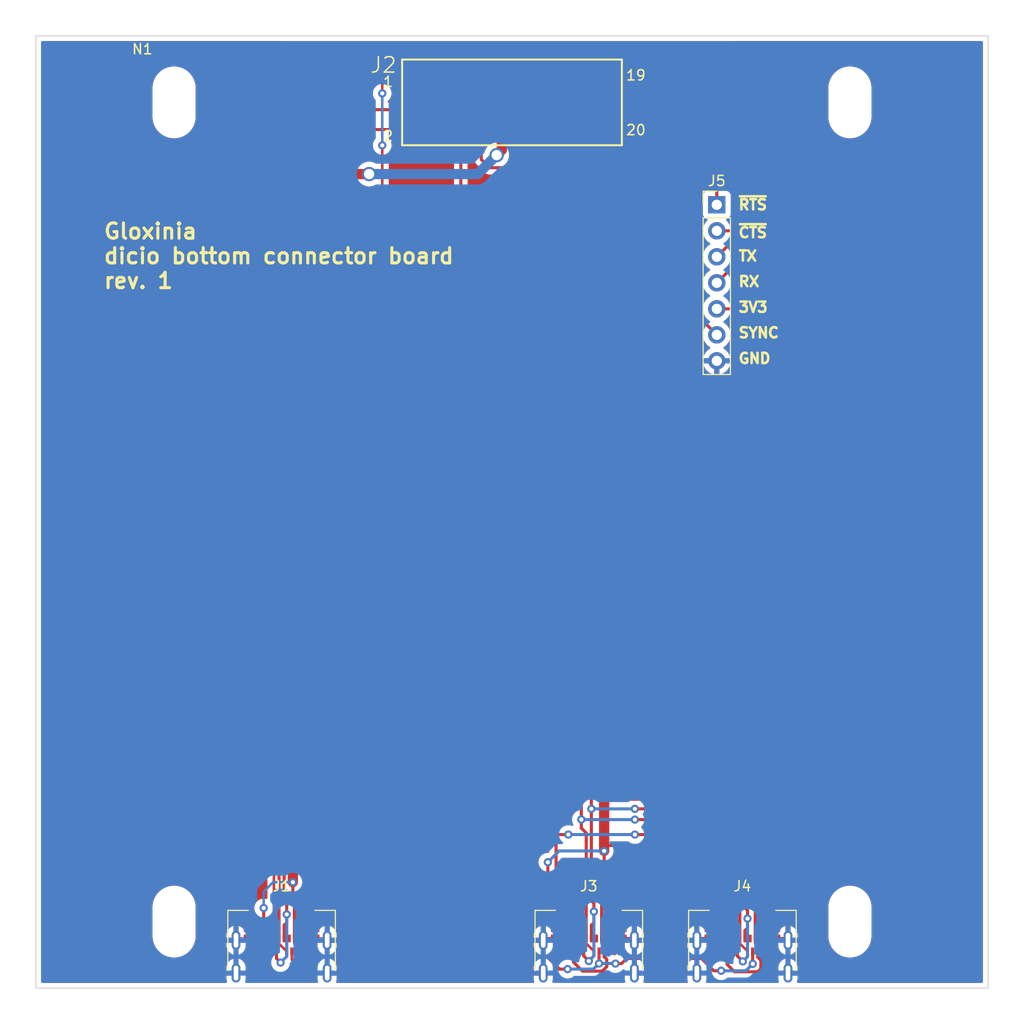
<source format=kicad_pcb>
(kicad_pcb (version 20211014) (generator pcbnew)
  (layers (0 "F.Cu" signal) (31 "B.Cu" signal) (34 "B.Paste" user) (35 "F.Paste" user) (36 "B.SilkS" user "B.Silkscreen") (37 "F.SilkS" user "F.Silkscreen") (38 "B.Mask" user) (39 "F.Mask" user) (44 "Edge.Cuts" user))
  (net 0 "")
  (net 1 "GND")
  (net 4 "/VUSBC")
  (net 5 "/CC1")
  (net 6 "/D+")
  (net 7 "/D-")
  (net 13 "/VCONN")
  (net 17 "VBUS")
  (net 18 "/~{U1RTS}")
  (net 19 "/CAN_H")
  (net 20 "/~{U1CTS}")
  (net 21 "/CAN_L")
  (net 22 "/U1TX")
  (net 23 "/U1RX")
  (net 24 "+3.3V")
  (net 25 "/SYNC")
  (net 26 "/CAN_C1")
  (net 28 "/CAN_C2")
  (footprint "samtec:SAMTEC-MMS-110-02-X-DV" (layer "F.Cu") (at 85 45)
    (fp_text reference "J2" (at -12.55 -3.65) (layer "F.SilkS") (effects (font (size 1.5 1.5))))
    (fp_text value "Conn_02x10_Odd_Even")
    (fp_text user "2" (at -12.099 3.289) (layer "F.SilkS"))
    (fp_text user "1" (at -12.099 -2.019) (layer "F.SilkS"))
    (fp_text user "20" (at 12.1 2.7) (layer "F.SilkS"))
    (fp_text user "19" (at 12.1 -2.65) (layer "F.SilkS"))
    (fp_line (start -10.729 -4.185) (end -10.729 4.185) (layer "F.SilkS") (width 0.2))
    (fp_line (start 10.729 4.185) (end 10.729 -4.185) (layer "F.SilkS") (width 0.2))
    (fp_line (start 10.729 -4.185) (end -10.729 -4.185) (layer "F.SilkS") (width 0.2))
    (fp_line (start -10.729 4.185) (end 10.729 4.185) (layer "F.SilkS") (width 0.2))
    (pad "1" smd rect locked (at -9 -2.654) (size 1.02 2.16) (layers "F.Cu" "F.Paste") (net 13 "/VCONN"))
    (pad "2" smd rect locked (at -9 2.654) (size 1.02 2.16) (layers "F.Cu" "F.Paste") (net 7 "/D-"))
    (pad "3" smd rect locked (at -7 -2.654) (size 1.02 2.16) (layers "F.Cu" "F.Paste") (net 5 "/CC1"))
    (pad "4" smd rect locked (at -7 2.654) (size 1.02 2.16) (layers "F.Cu" "F.Paste") (net 6 "/D+"))
    (pad "5" smd rect locked (at -5 -2.654) (size 1.02 2.16) (layers "F.Cu" "F.Paste"))
    (pad "6" smd rect locked (at -5 2.654) (size 1.02 2.16) (layers "F.Cu" "F.Paste") (net 28 "/CAN_C2"))
    (pad "7" smd rect locked (at -3 -2.654) (size 1.02 2.16) (layers "F.Cu" "F.Paste"))
    (pad "8" smd rect locked (at -3 2.654) (size 1.02 2.16) (layers "F.Cu" "F.Paste") (net 26 "/CAN_C1"))
    (pad "9" smd rect locked (at -1 -2.654) (size 1.02 2.16) (layers "F.Cu" "F.Paste") (net 25 "/SYNC"))
    (pad "10" smd rect locked (at -1 2.654) (size 1.02 2.16) (layers "F.Cu" "F.Paste") (net 4 "/VUSBC"))
    (pad "11" smd rect locked (at 1 -2.654) (size 1.02 2.16) (layers "F.Cu" "F.Paste") (net 24 "+3.3V"))
    (pad "12" smd rect locked (at 1 2.654) (size 1.02 2.16) (layers "F.Cu" "F.Paste") (net 1 "GND"))
    (pad "13" smd rect locked (at 3 -2.654) (size 1.02 2.16) (layers "F.Cu" "F.Paste") (net 23 "/U1RX"))
    (pad "14" smd rect locked (at 3 2.654) (size 1.02 2.16) (layers "F.Cu" "F.Paste") (net 1 "GND"))
    (pad "15" smd rect locked (at 5 -2.654) (size 1.02 2.16) (layers "F.Cu" "F.Paste") (net 22 "/U1TX"))
    (pad "16" smd rect locked (at 5 2.654) (size 1.02 2.16) (layers "F.Cu" "F.Paste") (net 21 "/CAN_L"))
    (pad "17" smd rect locked (at 7 -2.654) (size 1.02 2.16) (layers "F.Cu" "F.Paste") (net 20 "/~{U1CTS}"))
    (pad "18" smd rect locked (at 7 2.654) (size 1.02 2.16) (layers "F.Cu" "F.Paste") (net 19 "/CAN_H"))
    (pad "19" smd rect locked (at 9 -2.654) (size 1.02 2.16) (layers "F.Cu" "F.Paste") (net 18 "/~{U1RTS}"))
    (pad "20" smd rect locked (at 9 2.654) (size 1.02 2.16) (layers "F.Cu" "F.Paste") (net 17 "VBUS"))
  )
  (footprint "custom_footprints:Enclosure-Gloxinia4" (layer "F.Cu") (at 85 85)
    (fp_text reference "N1" (at -36.1 -45.2) (layer "F.SilkS"))
    (fp_text value "Housing")
    (pad "" np_thru_hole oval (at -33 40) (size 3.2 6) (drill oval 3.2 6) (layers F&B.Cu *.Mask))
    (pad "" np_thru_hole oval (at 33 40) (size 3.2 6) (drill oval 3.2 6) (layers F&B.Cu *.Mask))
    (pad "" np_thru_hole oval (at 33 -40) (size 3.2 6) (drill oval 3.2 6) (layers F&B.Cu *.Mask))
    (pad "" np_thru_hole oval (at -33 -40) (size 3.2 6) (drill oval 3.2 6) (layers F&B.Cu *.Mask))
  )
  (footprint "Connector_PinHeader_2.54mm:PinHeader_1x07_P2.54mm_Vertical" (layer "F.Cu") (at 105 55)
    (fp_text reference "J5" (at 0 -2.33) (layer "F.SilkS"))
    (fp_text value "Conn_01x07")
    (fp_line (start -1.33 1.27) (end -1.33 16.57) (layer "F.SilkS") (width 0.12))
    (fp_line (start -1.33 1.27) (end 1.33 1.27) (layer "F.SilkS") (width 0.12))
    (fp_line (start 1.33 1.27) (end 1.33 16.57) (layer "F.SilkS") (width 0.12))
    (fp_line (start -1.33 0) (end -1.33 -1.33) (layer "F.SilkS") (width 0.12))
    (fp_line (start -1.33 -1.33) (end 0 -1.33) (layer "F.SilkS") (width 0.12))
    (fp_line (start -1.33 16.57) (end 1.33 16.57) (layer "F.SilkS") (width 0.12))
    (pad "1" thru_hole rect (at 0 0) (size 1.7 1.7) (drill 1) (layers *.Cu *.Mask) (net 18 "/~{U1RTS}"))
    (pad "2" thru_hole oval (at 0 2.54) (size 1.7 1.7) (drill 1) (layers *.Cu *.Mask) (net 20 "/~{U1CTS}"))
    (pad "3" thru_hole oval (at 0 5.08) (size 1.7 1.7) (drill 1) (layers *.Cu *.Mask) (net 22 "/U1TX"))
    (pad "4" thru_hole oval (at 0 7.62) (size 1.7 1.7) (drill 1) (layers *.Cu *.Mask) (net 23 "/U1RX"))
    (pad "5" thru_hole oval (at 0 10.16) (size 1.7 1.7) (drill 1) (layers *.Cu *.Mask) (net 24 "+3.3V"))
    (pad "6" thru_hole oval (at 0 12.7) (size 1.7 1.7) (drill 1) (layers *.Cu *.Mask) (net 25 "/SYNC"))
    (pad "7" thru_hole oval (at 0 15.24) (size 1.7 1.7) (drill 1) (layers *.Cu *.Mask) (net 1 "GND"))
  )
  (footprint "custom_footprints:USB_C_Receptacle_Amphenol_12401861XX12A" (layer "F.Cu") (at 62.5 127.9)
    (fp_text reference "J1" (at 0 -6.36) (layer "F.SilkS"))
    (fp_text value "USB_C_Receptacle")
    (fp_line (start -5.25 -4) (end -3.25 -4) (layer "F.SilkS") (width 0.12))
    (fp_line (start 5.25 -4) (end 5.25 1.89) (layer "F.SilkS") (width 0.12))
    (fp_line (start 3.25 -4) (end 5.25 -4) (layer "F.SilkS") (width 0.12))
    (fp_line (start -5.25 -4) (end -5.25 1.89) (layer "F.SilkS") (width 0.12))
    (pad "A1" smd rect locked (at -3.05 -1.25) (size 0.3 0.75) (layers "F.Cu" "F.Paste" "F.Mask") (net 1 "GND"))
    (pad "A2" smd rect locked (at -2.25 -1.25) (size 0.3 0.75) (layers "F.Cu" "F.Paste" "F.Mask"))
    (pad "A3" smd rect locked (at -1.75 -1.25) (size 0.3 0.75) (layers "F.Cu" "F.Paste" "F.Mask"))
    (pad "A4" smd rect locked (at -1.25 -1.25) (size 0.3 0.75) (layers "F.Cu" "F.Paste" "F.Mask") (net 4 "/VUSBC"))
    (pad "A5" smd rect locked (at -0.75 -1.25) (size 0.3 0.75) (layers "F.Cu" "F.Paste" "F.Mask") (net 5 "/CC1"))
    (pad "A6" smd rect locked (at -0.25 -1.25) (size 0.3 0.75) (layers "F.Cu" "F.Paste" "F.Mask") (net 6 "/D+"))
    (pad "A7" smd rect locked (at 0.25 -1.25) (size 0.3 0.75) (layers "F.Cu" "F.Paste" "F.Mask") (net 7 "/D-"))
    (pad "A8" smd rect locked (at 0.75 -1.25) (size 0.3 0.75) (layers "F.Cu" "F.Paste" "F.Mask"))
    (pad "A9" smd rect locked (at 1.25 -1.25) (size 0.3 0.75) (layers "F.Cu" "F.Paste" "F.Mask") (net 4 "/VUSBC"))
    (pad "A10" smd rect locked (at 1.75 -1.25) (size 0.3 0.75) (layers "F.Cu" "F.Paste" "F.Mask"))
    (pad "A11" smd rect locked (at 2.25 -1.25) (size 0.3 0.75) (layers "F.Cu" "F.Paste" "F.Mask"))
    (pad "A12" smd rect locked (at 3.05 -1.25) (size 0.3 0.75) (layers "F.Cu" "F.Paste" "F.Mask") (net 1 "GND"))
    (pad "B1" smd rect locked (at 3 0) (size 0.3 0.75) (layers "F.Cu" "F.Paste" "F.Mask") (net 1 "GND"))
    (pad "B2" smd rect locked (at 2.5 0) (size 0.3 0.75) (layers "F.Cu" "F.Paste" "F.Mask"))
    (pad "B3" smd rect locked (at 2 0) (size 0.3 0.75) (layers "F.Cu" "F.Paste" "F.Mask"))
    (pad "B4" smd rect locked (at 1.5 0) (size 0.3 0.75) (layers "F.Cu" "F.Paste" "F.Mask") (net 4 "/VUSBC"))
    (pad "B5" smd rect locked (at 1 0) (size 0.3 0.75) (layers "F.Cu" "F.Paste" "F.Mask") (net 13 "/VCONN"))
    (pad "B6" smd rect locked (at 0.5 0) (size 0.3 0.75) (layers "F.Cu" "F.Paste" "F.Mask") (net 6 "/D+"))
    (pad "B7" smd rect locked (at -0.5 0) (size 0.3 0.75) (layers "F.Cu" "F.Paste" "F.Mask") (net 7 "/D-"))
    (pad "B8" smd rect locked (at -1 0) (size 0.3 0.75) (layers "F.Cu" "F.Paste" "F.Mask"))
    (pad "B9" smd rect locked (at -1.5 0) (size 0.3 0.75) (layers "F.Cu" "F.Paste" "F.Mask") (net 4 "/VUSBC"))
    (pad "B10" smd rect locked (at -2 0) (size 0.3 0.75) (layers "F.Cu" "F.Paste" "F.Mask"))
    (pad "B11" smd rect locked (at -2.5 0) (size 0.3 0.75) (layers "F.Cu" "F.Paste" "F.Mask"))
    (pad "B12" smd rect locked (at -3 0) (size 0.3 0.75) (layers "F.Cu" "F.Paste" "F.Mask") (net 1 "GND"))
    (pad "S1" thru_hole oval locked (at 4.45 -1.075) (size 0.85 1.85) (drill oval 0.45 1.45) (layers *.Cu *.Mask) (net 1 "GND"))
    (pad "S1" smd rect locked (at -3.55 -1.25) (size 0.3 0.75) (layers "F.Cu" "F.Paste" "F.Mask") (net 1 "GND"))
    (pad "S1" thru_hole oval locked (at 4.45 2.125) (size 0.85 1.85) (drill oval 0.45 1.45) (layers *.Cu *.Mask) (net 1 "GND"))
    (pad "S1" smd rect locked (at 3.55 -1.25) (size 0.3 0.75) (layers "F.Cu" "F.Paste" "F.Mask") (net 1 "GND"))
    (pad "S1" thru_hole oval locked (at -4.45 2.125) (size 0.85 1.85) (drill oval 0.45 1.45) (layers *.Cu *.Mask) (net 1 "GND"))
    (pad "S1" thru_hole oval locked (at -4.45 -1.075) (size 0.85 1.85) (drill oval 0.45 1.45) (layers *.Cu *.Mask) (net 1 "GND"))
  )
  (footprint "custom_footprints:USB_C_Receptacle_Amphenol_12401861XX12A" (layer "F.Cu") (at 92.5 127.9)
    (fp_text reference "J3" (at 0 -6.36) (layer "F.SilkS"))
    (fp_text value "USB_C_Receptacle")
    (fp_line (start 3.25 -4) (end 5.25 -4) (layer "F.SilkS") (width 0.12))
    (fp_line (start -5.25 -4) (end -3.25 -4) (layer "F.SilkS") (width 0.12))
    (fp_line (start 5.25 -4) (end 5.25 1.89) (layer "F.SilkS") (width 0.12))
    (fp_line (start -5.25 -4) (end -5.25 1.89) (layer "F.SilkS") (width 0.12))
    (pad "A1" smd rect locked (at -3.05 -1.25) (size 0.3 0.75) (layers "F.Cu" "F.Paste" "F.Mask") (net 1 "GND"))
    (pad "A2" smd rect locked (at -2.25 -1.25) (size 0.3 0.75) (layers "F.Cu" "F.Paste" "F.Mask"))
    (pad "A3" smd rect locked (at -1.75 -1.25) (size 0.3 0.75) (layers "F.Cu" "F.Paste" "F.Mask"))
    (pad "A4" smd rect locked (at -1.25 -1.25) (size 0.3 0.75) (layers "F.Cu" "F.Paste" "F.Mask") (net 17 "VBUS"))
    (pad "A5" smd rect locked (at -0.75 -1.25) (size 0.3 0.75) (layers "F.Cu" "F.Paste" "F.Mask") (net 26 "/CAN_C1"))
    (pad "A6" smd rect locked (at -0.25 -1.25) (size 0.3 0.75) (layers "F.Cu" "F.Paste" "F.Mask") (net 19 "/CAN_H"))
    (pad "A7" smd rect locked (at 0.25 -1.25) (size 0.3 0.75) (layers "F.Cu" "F.Paste" "F.Mask") (net 21 "/CAN_L"))
    (pad "A8" smd rect locked (at 0.75 -1.25) (size 0.3 0.75) (layers "F.Cu" "F.Paste" "F.Mask"))
    (pad "A9" smd rect locked (at 1.25 -1.25) (size 0.3 0.75) (layers "F.Cu" "F.Paste" "F.Mask") (net 17 "VBUS"))
    (pad "A10" smd rect locked (at 1.75 -1.25) (size 0.3 0.75) (layers "F.Cu" "F.Paste" "F.Mask"))
    (pad "A11" smd rect locked (at 2.25 -1.25) (size 0.3 0.75) (layers "F.Cu" "F.Paste" "F.Mask"))
    (pad "A12" smd rect locked (at 3.05 -1.25) (size 0.3 0.75) (layers "F.Cu" "F.Paste" "F.Mask") (net 1 "GND"))
    (pad "B1" smd rect locked (at 3 0) (size 0.3 0.75) (layers "F.Cu" "F.Paste" "F.Mask") (net 1 "GND"))
    (pad "B2" smd rect locked (at 2.5 0) (size 0.3 0.75) (layers "F.Cu" "F.Paste" "F.Mask"))
    (pad "B3" smd rect locked (at 2 0) (size 0.3 0.75) (layers "F.Cu" "F.Paste" "F.Mask"))
    (pad "B4" smd rect locked (at 1.5 0) (size 0.3 0.75) (layers "F.Cu" "F.Paste" "F.Mask") (net 17 "VBUS"))
    (pad "B5" smd rect locked (at 1 0) (size 0.3 0.75) (layers "F.Cu" "F.Paste" "F.Mask") (net 28 "/CAN_C2"))
    (pad "B6" smd rect locked (at 0.5 0) (size 0.3 0.75) (layers "F.Cu" "F.Paste" "F.Mask") (net 19 "/CAN_H"))
    (pad "B7" smd rect locked (at -0.5 0) (size 0.3 0.75) (layers "F.Cu" "F.Paste" "F.Mask") (net 21 "/CAN_L"))
    (pad "B8" smd rect locked (at -1 0) (size 0.3 0.75) (layers "F.Cu" "F.Paste" "F.Mask"))
    (pad "B9" smd rect locked (at -1.5 0) (size 0.3 0.75) (layers "F.Cu" "F.Paste" "F.Mask") (net 17 "VBUS"))
    (pad "B10" smd rect locked (at -2 0) (size 0.3 0.75) (layers "F.Cu" "F.Paste" "F.Mask"))
    (pad "B11" smd rect locked (at -2.5 0) (size 0.3 0.75) (layers "F.Cu" "F.Paste" "F.Mask"))
    (pad "B12" smd rect locked (at -3 0) (size 0.3 0.75) (layers "F.Cu" "F.Paste" "F.Mask") (net 1 "GND"))
    (pad "S1" thru_hole oval locked (at -4.45 -1.075) (size 0.85 1.85) (drill oval 0.45 1.45) (layers *.Cu *.Mask) (net 1 "GND"))
    (pad "S1" smd rect locked (at -3.55 -1.25) (size 0.3 0.75) (layers "F.Cu" "F.Paste" "F.Mask") (net 1 "GND"))
    (pad "S1" thru_hole oval locked (at 4.45 2.125) (size 0.85 1.85) (drill oval 0.45 1.45) (layers *.Cu *.Mask) (net 1 "GND"))
    (pad "S1" thru_hole oval locked (at -4.45 2.125) (size 0.85 1.85) (drill oval 0.45 1.45) (layers *.Cu *.Mask) (net 1 "GND"))
    (pad "S1" thru_hole oval locked (at 4.45 -1.075) (size 0.85 1.85) (drill oval 0.45 1.45) (layers *.Cu *.Mask) (net 1 "GND"))
    (pad "S1" smd rect locked (at 3.55 -1.25) (size 0.3 0.75) (layers "F.Cu" "F.Paste" "F.Mask") (net 1 "GND"))
  )
  (footprint "custom_footprints:USB_C_Receptacle_Amphenol_12401861XX12A" (layer "F.Cu") (at 107.5 127.9)
    (fp_text reference "J4" (at 0 -6.36) (layer "F.SilkS"))
    (fp_text value "USB_C_Receptacle")
    (fp_line (start 5.25 -4) (end 5.25 1.89) (layer "F.SilkS") (width 0.12))
    (fp_line (start -5.25 -4) (end -5.25 1.89) (layer "F.SilkS") (width 0.12))
    (fp_line (start 3.25 -4) (end 5.25 -4) (layer "F.SilkS") (width 0.12))
    (fp_line (start -5.25 -4) (end -3.25 -4) (layer "F.SilkS") (width 0.12))
    (pad "A1" smd rect locked (at -3.05 -1.25) (size 0.3 0.75) (layers "F.Cu" "F.Paste" "F.Mask") (net 1 "GND"))
    (pad "A2" smd rect locked (at -2.25 -1.25) (size 0.3 0.75) (layers "F.Cu" "F.Paste" "F.Mask"))
    (pad "A3" smd rect locked (at -1.75 -1.25) (size 0.3 0.75) (layers "F.Cu" "F.Paste" "F.Mask"))
    (pad "A4" smd rect locked (at -1.25 -1.25) (size 0.3 0.75) (layers "F.Cu" "F.Paste" "F.Mask") (net 17 "VBUS"))
    (pad "A5" smd rect locked (at -0.75 -1.25) (size 0.3 0.75) (layers "F.Cu" "F.Paste" "F.Mask") (net 26 "/CAN_C1"))
    (pad "A6" smd rect locked (at -0.25 -1.25) (size 0.3 0.75) (layers "F.Cu" "F.Paste" "F.Mask") (net 19 "/CAN_H"))
    (pad "A7" smd rect locked (at 0.25 -1.25) (size 0.3 0.75) (layers "F.Cu" "F.Paste" "F.Mask") (net 21 "/CAN_L"))
    (pad "A8" smd rect locked (at 0.75 -1.25) (size 0.3 0.75) (layers "F.Cu" "F.Paste" "F.Mask"))
    (pad "A9" smd rect locked (at 1.25 -1.25) (size 0.3 0.75) (layers "F.Cu" "F.Paste" "F.Mask") (net 17 "VBUS"))
    (pad "A10" smd rect locked (at 1.75 -1.25) (size 0.3 0.75) (layers "F.Cu" "F.Paste" "F.Mask"))
    (pad "A11" smd rect locked (at 2.25 -1.25) (size 0.3 0.75) (layers "F.Cu" "F.Paste" "F.Mask"))
    (pad "A12" smd rect locked (at 3.05 -1.25) (size 0.3 0.75) (layers "F.Cu" "F.Paste" "F.Mask") (net 1 "GND"))
    (pad "B1" smd rect locked (at 3 0) (size 0.3 0.75) (layers "F.Cu" "F.Paste" "F.Mask") (net 1 "GND"))
    (pad "B2" smd rect locked (at 2.5 0) (size 0.3 0.75) (layers "F.Cu" "F.Paste" "F.Mask"))
    (pad "B3" smd rect locked (at 2 0) (size 0.3 0.75) (layers "F.Cu" "F.Paste" "F.Mask"))
    (pad "B4" smd rect locked (at 1.5 0) (size 0.3 0.75) (layers "F.Cu" "F.Paste" "F.Mask") (net 17 "VBUS"))
    (pad "B5" smd rect locked (at 1 0) (size 0.3 0.75) (layers "F.Cu" "F.Paste" "F.Mask") (net 28 "/CAN_C2"))
    (pad "B6" smd rect locked (at 0.5 0) (size 0.3 0.75) (layers "F.Cu" "F.Paste" "F.Mask") (net 19 "/CAN_H"))
    (pad "B7" smd rect locked (at -0.5 0) (size 0.3 0.75) (layers "F.Cu" "F.Paste" "F.Mask") (net 21 "/CAN_L"))
    (pad "B8" smd rect locked (at -1 0) (size 0.3 0.75) (layers "F.Cu" "F.Paste" "F.Mask"))
    (pad "B9" smd rect locked (at -1.5 0) (size 0.3 0.75) (layers "F.Cu" "F.Paste" "F.Mask") (net 17 "VBUS"))
    (pad "B10" smd rect locked (at -2 0) (size 0.3 0.75) (layers "F.Cu" "F.Paste" "F.Mask"))
    (pad "B11" smd rect locked (at -2.5 0) (size 0.3 0.75) (layers "F.Cu" "F.Paste" "F.Mask"))
    (pad "B12" smd rect locked (at -3 0) (size 0.3 0.75) (layers "F.Cu" "F.Paste" "F.Mask") (net 1 "GND"))
    (pad "S1" thru_hole oval locked (at -4.45 2.125) (size 0.85 1.85) (drill oval 0.45 1.45) (layers *.Cu *.Mask) (net 1 "GND"))
    (pad "S1" thru_hole oval locked (at -4.45 -1.075) (size 0.85 1.85) (drill oval 0.45 1.45) (layers *.Cu *.Mask) (net 1 "GND"))
    (pad "S1" thru_hole oval locked (at 4.45 -1.075) (size 0.85 1.85) (drill oval 0.45 1.45) (layers *.Cu *.Mask) (net 1 "GND"))
    (pad "S1" smd rect locked (at 3.55 -1.25) (size 0.3 0.75) (layers "F.Cu" "F.Paste" "F.Mask") (net 1 "GND"))
    (pad "S1" smd rect locked (at -3.55 -1.25) (size 0.3 0.75) (layers "F.Cu" "F.Paste" "F.Mask") (net 1 "GND"))
    (pad "S1" thru_hole oval locked (at 4.45 2.125) (size 0.85 1.85) (drill oval 0.45 1.45) (layers *.Cu *.Mask) (net 1 "GND"))
  )
  (gr_line (start 131.5 38.5) (end 131.5 131.5) (layer "Edge.Cuts") (width 0.1))
  (gr_line (start 38.5 131.5) (end 38.5 38.5) (layer "Edge.Cuts") (width 0.1))
  (gr_line (start 131.5 131.5) (end 38.5 131.5) (layer "Edge.Cuts") (width 0.1))
  (gr_line (start 38.5 38.5) (end 131.5 38.5) (layer "Edge.Cuts") (width 0.1))
  (gr_text "~{CTS}" (at 107 57.72) (layer "F.SilkS") (effects (font (size 1 1) (thickness 0.25)) (justify left)))
  (gr_text "RX" (at 107 62.5) (layer "F.SilkS") (effects (font (size 1 1) (thickness 0.25)) (justify left)))
  (gr_text "3V3" (at 107 65) (layer "F.SilkS") (effects (font (size 1 1) (thickness 0.25)) (justify left)))
  (gr_text "~{RTS}" (at 107 55) (layer "F.SilkS") (effects (font (size 1 1) (thickness 0.25)) (justify left)))
  (gr_text "Gloxinia\ndicio bottom connector board\nrev. 1" (at 45 60) (layer "F.SilkS") (effects (font (size 1.5 1.5) (thickness 0.3)) (justify left)))
  (gr_text "GND" (at 107 70) (layer "F.SilkS") (effects (font (size 1 1) (thickness 0.25)) (justify left)))
  (gr_text "TX" (at 107 60) (layer "F.SilkS") (effects (font (size 1 1) (thickness 0.25)) (justify left)))
  (gr_text "SYNC" (at 107 67.5) (layer "F.SilkS") (effects (font (size 1 1) (thickness 0.25)) (justify left)))
  (segment (start 95.5 126.7) (end 95.55 126.65) (width 0.3) (layer "F.Cu") (net 1))
  (segment (start 96.775 126.65) (end 96.95 126.825) (width 0.3) (layer "F.Cu") (net 1))
  (segment (start 110.5 127.9) (end 110.5 126.7) (width 0.3) (layer "F.Cu") (net 1))
  (segment (start 89.5 126.7) (end 89.45 126.65) (width 0.3) (layer "F.Cu") (net 1))
  (segment (start 59.5 127.9) (end 59.5 126.7) (width 0.25) (layer "F.Cu") (net 1))
  (segment (start 110.5 126.7) (end 110.55 126.65) (width 0.3) (layer "F.Cu") (net 1))
  (segment (start 59.45 126.65) (end 58.95 126.65) (width 0.25) (layer "F.Cu") (net 1))
  (segment (start 58.225 126.65) (end 58.05 126.825) (width 0.25) (layer "F.Cu") (net 1))
  (segment (start 89.45 126.65) (end 88.95 126.65) (width 0.3) (layer "F.Cu") (net 1))
  (segment (start 103.95 126.65) (end 103.225 126.65) (width 0.3) (layer "F.Cu") (net 1))
  (segment (start 95.5 127.9) (end 95.5 126.7) (width 0.3) (layer "F.Cu") (net 1))
  (segment (start 65.5 126.7) (end 65.55 126.65) (width 0.25) (layer "F.Cu") (net 1))
  (segment (start 65.55 126.65) (end 66.05 126.65) (width 0.25) (layer "F.Cu") (net 1))
  (segment (start 89.5 127.9) (end 89.5 126.7) (width 0.3) (layer "F.Cu") (net 1))
  (segment (start 66.775 126.65) (end 66.95 126.825) (width 0.25) (layer "F.Cu") (net 1))
  (segment (start 58.95 126.65) (end 58.225 126.65) (width 0.25) (layer "F.Cu") (net 1))
  (segment (start 59.5 126.7) (end 59.45 126.65) (width 0.25) (layer "F.Cu") (net 1))
  (segment (start 65.5 127.9) (end 65.5 126.7) (width 0.25) (layer "F.Cu") (net 1))
  (segment (start 104.45 126.65) (end 103.95 126.65) (width 0.3) (layer "F.Cu") (net 1))
  (segment (start 111.05 126.65) (end 111.775 126.65) (width 0.3) (layer "F.Cu") (net 1))
  (segment (start 88.225 126.65) (end 88.05 126.825) (width 0.3) (layer "F.Cu") (net 1))
  (segment (start 110.55 126.65) (end 111.05 126.65) (width 0.3) (layer "F.Cu") (net 1))
  (segment (start 104.5 127.9) (end 104.5 126.7) (width 0.3) (layer "F.Cu") (net 1))
  (segment (start 88.95 126.65) (end 88.225 126.65) (width 0.3) (layer "F.Cu") (net 1))
  (segment (start 95.55 126.65) (end 96.05 126.65) (width 0.3) (layer "F.Cu") (net 1))
  (segment (start 111.775 126.65) (end 111.95 126.825) (width 0.3) (layer "F.Cu") (net 1))
  (segment (start 96.05 126.65) (end 96.775 126.65) (width 0.3) (layer "F.Cu") (net 1))
  (segment (start 103.225 126.65) (end 103.05 126.825) (width 0.3) (layer "F.Cu") (net 1))
  (segment (start 104.5 126.7) (end 104.45 126.65) (width 0.3) (layer "F.Cu") (net 1))
  (segment (start 66.05 126.65) (end 66.775 126.65) (width 0.25) (layer "F.Cu") (net 1))
  (segment (start 63.6 122.45) (end 63.75 122.6) (width 0.3) (layer "F.Cu") (net 4))
  (segment (start 84 49.65) (end 83.5 50.15) (width 1) (layer "F.Cu") (net 4))
  (segment (start 61.25 126.65) (end 61.25 125.375) (width 0.3) (layer "F.Cu") (net 4))
  (segment (start 63.6 53.075) (end 63.6 121.15) (width 1) (layer "F.Cu") (net 4))
  (segment (start 60.75 124.875) (end 60.75 123.675) (width 0.3) (layer "F.Cu") (net 4))
  (segment (start 64.675 52) (end 63.725 52.95) (width 1) (layer "F.Cu") (net 4))
  (segment (start 63.75 126.65) (end 63.75 127.15) (width 0.25) (layer "F.Cu") (net 4))
  (segment (start 63.6 121.15) (end 63.6 122.45) (width 0.3) (layer "F.Cu") (net 4))
  (segment (start 61 127.39) (end 61 127.9) (width 0.25) (layer "F.Cu") (net 4))
  (segment (start 84 47.654) (end 84 49.65) (width 1) (layer "F.Cu") (net 4))
  (segment (start 63.75 127.15) (end 64 127.4) (width 0.25) (layer "F.Cu") (net 4))
  (segment (start 63.725 52.95) (end 63.6 53.075) (width 1) (layer "F.Cu") (net 4))
  (segment (start 63.75 123.325) (end 63.75 122.6) (width 0.3) (layer "F.Cu") (net 4))
  (segment (start 71.05 52) (end 65.125 52) (width 1) (layer "F.Cu") (net 4))
  (segment (start 64 127.4) (end 64 127.9) (width 0.25) (layer "F.Cu") (net 4))
  (segment (start 61.25 127.14) (end 61 127.39) (width 0.25) (layer "F.Cu") (net 4))
  (segment (start 61.25 125.375) (end 60.75 124.875) (width 0.3) (layer "F.Cu") (net 4))
  (segment (start 63.75 126.65) (end 63.75 123.325) (width 0.3) (layer "F.Cu") (net 4))
  (segment (start 61.25 126.65) (end 61.25 127.14) (width 0.25) (layer "F.Cu") (net 4))
  (segment (start 65.125 52) (end 64.675 52) (width 1) (layer "F.Cu") (net 4))
  (via (at 60.75 123.675) (size 0.8) (drill 0.4) (layers "F.Cu" "B.Cu") (net 4))
  (via (at 83.5 50.15) (size 1.4) (drill 1) (layers "F.Cu" "B.Cu") (net 4))
  (via (at 71.05 52) (size 1.4) (drill 1) (layers "F.Cu" "B.Cu") (net 4))
  (via (at 63.6 121.15) (size 0.8) (drill 0.4) (layers "F.Cu" "B.Cu") (net 4))
  (segment (start 83.5 50.15) (end 81.65 52) (width 1) (layer "B.Cu") (net 4))
  (segment (start 60.75 122.075) (end 61.675 121.15) (width 0.25) (layer "B.Cu") (net 4))
  (segment (start 60.75 123.675) (end 60.75 122.075) (width 0.25) (layer "B.Cu") (net 4))
  (segment (start 81.65 52) (end 71.075 52) (width 1) (layer "B.Cu") (net 4))
  (segment (start 61.675 121.15) (end 63.6 121.15) (width 0.25) (layer "B.Cu") (net 4))
  (segment (start 62.89 39.81) (end 77.05 39.81) (width 0.25) (layer "F.Cu") (net 5))
  (segment (start 61.75 126.65) (end 61.75 40.95) (width 0.25) (layer "F.Cu") (net 5))
  (segment (start 77.05 39.81) (end 78 40.76) (width 0.25) (layer "F.Cu") (net 5))
  (segment (start 78 40.76) (end 78 42.346) (width 0.25) (layer "F.Cu") (net 5))
  (segment (start 61.75 40.95) (end 62.89 39.81) (width 0.25) (layer "F.Cu") (net 5))
  (segment (start 62.99 127.9) (end 63 127.9) (width 0.25) (layer "F.Cu") (net 6))
  (segment (start 62.25 126.65) (end 62.25 127.16) (width 0.25) (layer "F.Cu") (net 6))
  (segment (start 64.19 45.73) (end 64.21 45.71) (width 0.3) (layer "F.Cu") (net 6))
  (segment (start 77.7 45.71) (end 78 46.01) (width 0.3) (layer "F.Cu") (net 6))
  (segment (start 64.21 45.71) (end 71.52 45.71) (width 0.3) (layer "F.Cu") (net 6))
  (segment (start 76.9 45.71) (end 77.7 45.71) (width 0.3) (layer "F.Cu") (net 6))
  (segment (start 62.25 47.67) (end 64.19 45.73) (width 0.3) (layer "F.Cu") (net 6))
  (segment (start 62.25 127.16) (end 62.99 127.9) (width 0.25) (layer "F.Cu") (net 6))
  (segment (start 71.52 45.71) (end 76.9 45.71) (width 0.3) (layer "F.Cu") (net 6))
  (segment (start 78 46.01) (end 78 47.654) (width 0.3) (layer "F.Cu") (net 6))
  (segment (start 62.25 126.65) (end 62.25 47.67) (width 0.3) (layer "F.Cu") (net 6))
  (segment (start 62 127.9) (end 62 128.6) (width 0.3) (layer "F.Cu") (net 7))
  (segment (start 63 125.1) (end 63 124.3005) (width 0.3) (layer "F.Cu") (net 7))
  (segment (start 65.646 47.654) (end 62.75 50.55) (width 0.3) (layer "F.Cu") (net 7))
  (segment (start 62.75 125.35) (end 63 125.1) (width 0.3) (layer "F.Cu") (net 7))
  (segment (start 62.75 50.55) (end 62.75 123.05) (width 0.3) (layer "F.Cu") (net 7))
  (segment (start 62.75 125.65) (end 62.75 126.65) (width 0.3) (layer "F.Cu") (net 7))
  (segment (start 62.75 125.65) (end 62.75 125.35) (width 0.3) (layer "F.Cu") (net 7))
  (segment (start 63 123.3) (end 63 124.2995) (width 0.3) (layer "F.Cu") (net 7))
  (segment (start 63 124.2995) (end 62.9995 124.3) (width 0.3) (layer "F.Cu") (net 7))
  (segment (start 62.75 123.05) (end 63 123.3) (width 0.3) (layer "F.Cu") (net 7))
  (segment (start 76 47.654) (end 65.646 47.654) (width 0.3) (layer "F.Cu") (net 7))
  (segment (start 62 128.6) (end 62.4 129) (width 0.3) (layer "F.Cu") (net 7))
  (via (at 62.9995 124.3) (size 0.8) (drill 0.4) (layers "F.Cu" "B.Cu") (net 7))
  (via (at 62.4 129) (size 0.8) (drill 0.4) (layers "F.Cu" "B.Cu") (net 7))
  (segment (start 62.9995 128.4005) (end 62.4 129) (width 0.3) (layer "B.Cu") (net 7))
  (segment (start 62.9995 124.3) (end 62.9995 128.4005) (width 0.3) (layer "B.Cu") (net 7))
  (segment (start 71.14 128.47) (end 66.51 128.47) (width 0.25) (layer "F.Cu") (net 13))
  (segment (start 63.5 128.73) (end 63.5 127.9) (width 0.25) (layer "F.Cu") (net 13))
  (segment (start 63.84 129.07) (end 63.5 128.73) (width 0.25) (layer "F.Cu") (net 13))
  (segment (start 65.91 129.07) (end 63.84 129.07) (width 0.25) (layer "F.Cu") (net 13))
  (segment (start 76 42.346) (end 73.214 42.346) (width 0.25) (layer "F.Cu") (net 13))
  (segment (start 72.33 127.28) (end 71.14 128.47) (width 0.25) (layer "F.Cu") (net 13))
  (segment (start 72.33 43.23) (end 72.33 44.12) (width 0.25) (layer "F.Cu") (net 13))
  (segment (start 73.214 42.346) (end 72.33 43.23) (width 0.25) (layer "F.Cu") (net 13))
  (segment (start 72.33 49.195) (end 72.33 127.28) (width 0.25) (layer "F.Cu") (net 13))
  (segment (start 66.51 128.47) (end 65.91 129.07) (width 0.25) (layer "F.Cu") (net 13))
  (via (at 72.33 44.12) (size 0.8) (drill 0.4) (layers "F.Cu" "B.Cu") (net 13))
  (via (at 72.33 49.195) (size 0.8) (drill 0.4) (layers "F.Cu" "B.Cu") (net 13))
  (segment (start 72.33 44.12) (end 72.33 49.195) (width 0.25) (layer "B.Cu") (net 13))
  (segment (start 94 119.3) (end 94 118.1) (width 0.3) (layer "F.Cu") (net 17))
  (segment (start 109 128.475) (end 109.3 128.775) (width 0.3) (layer "F.Cu") (net 17))
  (segment (start 106.25 126.65) (end 106.25 118.73) (width 0.3) (layer "F.Cu") (net 17))
  (segment (start 93.75 119.55) (end 94 119.3) (width 0.3) (layer "F.Cu") (net 17))
  (segment (start 93.75 126.65) (end 93.75 122.15) (width 0.3) (layer "F.Cu") (net 17))
  (segment (start 91.89 129.84) (end 93.810661 129.84) (width 0.3) (layer "F.Cu") (net 17))
  (segment (start 91.25 126.65) (end 91.25 127.14) (width 0.25) (layer "F.Cu") (net 17))
  (segment (start 94 128.43) (end 94 127.9) (width 0.3) (layer "F.Cu") (net 17))
  (segment (start 93.75 127.14) (end 94 127.39) (width 0.25) (layer "F.Cu") (net 17))
  (segment (start 109.3 128.775) (end 109.3 129.6) (width 0.3) (layer "F.Cu") (net 17))
  (segment (start 106.25 126.65) (end 106.25 127.14) (width 0.25) (layer "F.Cu") (net 17))
  (segment (start 108.75 115.39) (end 106.41 113.05) (width 0.3) (layer "F.Cu") (net 17))
  (segment (start 91.25 127.14) (end 91 127.39) (width 0.25) (layer "F.Cu") (net 17))
  (segment (start 94 110.69) (end 94 112.3) (width 1) (layer "F.Cu") (net 17))
  (segment (start 109 127.9) (end 109 128.475) (width 0.3) (layer "F.Cu") (net 17))
  (segment (start 106 129.17) (end 106 127.9) (width 0.3) (layer "F.Cu") (net 17))
  (segment (start 91.25 124.75) (end 91.25 126.65) (width 0.3) (layer "F.Cu") (net 17))
  (segment (start 108.75 126.65) (end 108.75 115.39) (width 0.3) (layer "F.Cu") (net 17))
  (segment (start 106.25 118.73) (end 105.09 117.57) (width 0.3) (layer "F.Cu") (net 17))
  (segment (start 88.5 122) (end 91.25 124.75) (width 0.3) (layer "F.Cu") (net 17))
  (segment (start 94.25 129.400661) (end 94.25 128.68) (width 0.3) (layer "F.Cu") (net 17))
  (segment (start 106 127.39) (end 106 127.9) (width 0.25) (layer "F.Cu") (net 17))
  (segment (start 93.75 122.15) (end 93.75 119.55) (width 0.3) (layer "F.Cu") (net 17))
  (segment (start 94.15 113.05) (end 94 112.9) (width 0.3) (layer "F.Cu") (net 17))
  (segment (start 94.03 117.57) (end 94 117.6) (width 0.3) (layer "F.Cu") (net 17))
  (segment (start 94 117.6) (end 94 118.1) (width 1) (layer "F.Cu") (net 17))
  (segment (start 106.25 127.14) (end 106 127.39) (width 0.25) (layer "F.Cu") (net 17))
  (segment (start 109 129.9) (end 106.73 129.9) (width 0.3) (layer "F.Cu") (net 17))
  (segment (start 91 128.95) (end 91.89 129.84) (width 0.3) (layer "F.Cu") (net 17))
  (segment (start 105.09 117.57) (end 94.03 117.57) (width 0.3) (layer "F.Cu") (net 17))
  (segment (start 88.5 119.2) (end 88.5 122) (width 0.3) (layer "F.Cu") (net 17))
  (segment (start 109 127.415) (end 109 127.9) (width 0.25) (layer "F.Cu") (net 17))
  (segment (start 108.75 127.165) (end 109 127.415) (width 0.25) (layer "F.Cu") (net 17))
  (segment (start 94 112.9) (end 94 117.6) (width 1) (layer "F.Cu") (net 17))
  (segment (start 109.3 129.6) (end 109 129.9) (width 0.3) (layer "F.Cu") (net 17))
  (segment (start 91 127.39) (end 91 127.9) (width 0.25) (layer "F.Cu") (net 17))
  (segment (start 94 47.654) (end 94 110.69) (width 1) (layer "F.Cu") (net 17))
  (segment (start 93.810661 129.84) (end 94.25 129.400661) (width 0.3) (layer "F.Cu") (net 17))
  (segment (start 106.73 129.9) (end 106 129.17) (width 0.3) (layer "F.Cu") (net 17))
  (segment (start 94 112.3) (end 94 112.9) (width 1) (layer "F.Cu") (net 17))
  (segment (start 106.41 113.05) (end 94.15 113.05) (width 0.3) (layer "F.Cu") (net 17))
  (segment (start 93.75 127.14) (end 93.75 126.65) (width 0.25) (layer "F.Cu") (net 17))
  (segment (start 94 127.39) (end 94 127.9) (width 0.25) (layer "F.Cu") (net 17))
  (segment (start 108.75 126.65) (end 108.75 127.165) (width 0.25) (layer "F.Cu") (net 17))
  (segment (start 94.25 128.68) (end 94 128.43) (width 0.3) (layer "F.Cu") (net 17))
  (segment (start 91 127.9) (end 91 128.95) (width 0.3) (layer "F.Cu") (net 17))
  (via (at 94 118.1) (size 0.8) (drill 0.4) (layers "F.Cu" "B.Cu") (net 17))
  (via (at 88.5 119.2) (size 0.8) (drill 0.4) (layers "F.Cu" "B.Cu") (net 17))
  (segment (start 89.6 118.1) (end 88.5 119.2) (width 0.3) (layer "B.Cu") (net 17))
  (segment (start 94 118.1) (end 89.6 118.1) (width 0.3) (layer "B.Cu") (net 17))
  (segment (start 105 44.6) (end 105 55) (width 0.3) (layer "F.Cu") (net 18))
  (segment (start 102.746 42.346) (end 105 44.6) (width 0.3) (layer "F.Cu") (net 18))
  (segment (start 94 42.346) (end 102.746 42.346) (width 0.3) (layer "F.Cu") (net 18))
  (segment (start 91.77 115.87) (end 91.77 115.03) (width 0.3) (layer "F.Cu") (net 19))
  (segment (start 92.25 127.14) (end 93 127.89) (width 0.25) (layer "F.Cu") (net 19))
  (segment (start 92.25 117.11) (end 92.25 116.35) (width 0.3) (layer "F.Cu") (net 19))
  (segment (start 107.25 127.14) (end 108 127.89) (width 0.25) (layer "F.Cu") (net 19))
  (segment (start 105.48 115.04) (end 97 115.04) (width 0.3) (layer "F.Cu") (net 19))
  (segment (start 91.77 115.03) (end 91.77 114.53) (width 0.3) (layer "F.Cu") (net 19))
  (segment (start 92.25 112.76) (end 92.25 49.85) (width 0.3) (layer "F.Cu") (net 19))
  (segment (start 92.25 116.35) (end 91.77 115.87) (width 0.3) (layer "F.Cu") (net 19))
  (segment (start 107.25 126.65) (end 107.25 127.14) (width 0.25) (layer "F.Cu") (net 19))
  (segment (start 92.25 126.65) (end 92.25 117.11) (width 0.3) (layer "F.Cu") (net 19))
  (segment (start 92.25 49.85) (end 92 49.6) (width 0.3) (layer "F.Cu") (net 19))
  (segment (start 91.77 113.24) (end 92.25 112.76) (width 0.3) (layer "F.Cu") (net 19))
  (segment (start 91.77 114.53) (end 91.77 113.24) (width 0.3) (layer "F.Cu") (net 19))
  (segment (start 108 127.89) (end 108 127.9) (width 0.25) (layer "F.Cu") (net 19))
  (segment (start 107.25 126.65) (end 107.25 116.81) (width 0.3) (layer "F.Cu") (net 19))
  (segment (start 106.07 115.63) (end 105.48 115.04) (width 0.3) (layer "F.Cu") (net 19))
  (segment (start 92.25 126.65) (end 92.25 127.14) (width 0.25) (layer "F.Cu") (net 19))
  (segment (start 93 127.89) (end 93 127.9) (width 0.25) (layer "F.Cu") (net 19))
  (segment (start 92 49.6) (end 92 47.654) (width 0.3) (layer "F.Cu") (net 19))
  (segment (start 107.25 116.81) (end 106.07 115.63) (width 0.3) (layer "F.Cu") (net 19))
  (via (at 97 115.04) (size 0.8) (drill 0.4) (layers "F.Cu" "B.Cu") (net 19))
  (via (at 91.77 115.03) (size 0.8) (drill 0.4) (layers "F.Cu" "B.Cu") (net 19))
  (segment (start 91.78 115.04) (end 91.77 115.03) (width 0.3) (layer "B.Cu") (net 19))
  (segment (start 97 115.04) (end 92.28 115.04) (width 0.3) (layer "B.Cu") (net 19))
  (segment (start 92.28 115.04) (end 91.78 115.04) (width 0.3) (layer "B.Cu") (net 19))
  (segment (start 107.7 56.45) (end 107.7 43.85) (width 0.3) (layer "F.Cu") (net 20))
  (segment (start 105 57.54) (end 106.61 57.54) (width 0.3) (layer "F.Cu") (net 20))
  (segment (start 106.61 57.54) (end 107.7 56.45) (width 0.3) (layer "F.Cu") (net 20))
  (segment (start 92.45 40.7) (end 92 41.15) (width 0.3) (layer "F.Cu") (net 20))
  (segment (start 107.7 43.85) (end 104.55 40.7) (width 0.3) (layer "F.Cu") (net 20))
  (segment (start 92 41.15) (end 92 42.346) (width 0.3) (layer "F.Cu") (net 20))
  (segment (start 104.55 40.7) (end 92.45 40.7) (width 0.3) (layer "F.Cu") (net 20))
  (segment (start 92.9995 123.2195) (end 92.75 122.97) (width 0.3) (layer "F.Cu") (net 21))
  (segment (start 90.54 45.67) (end 90 46.21) (width 0.3) (layer "F.Cu") (net 21))
  (segment (start 105.97 113.99) (end 97 113.99) (width 0.3) (layer "F.Cu") (net 21))
  (segment (start 107.75 115.77) (end 107.01 115.03) (width 0.3) (layer "F.Cu") (net 21))
  (segment (start 107 127.9) (end 107 128.35) (width 0.3) (layer "F.Cu") (net 21))
  (segment (start 107.75 122.4) (end 107.75 123.66) (width 0.3) (layer "F.Cu") (net 21))
  (segment (start 92.9995 124.02) (end 92.9995 125.1105) (width 0.3) (layer "F.Cu") (net 21))
  (segment (start 107.75 125.87) (end 107.9995 125.6205) (width 0.3) (layer "F.Cu") (net 21))
  (segment (start 107 128.35) (end 107.54 128.89) (width 0.3) (layer "F.Cu") (net 21))
  (segment (start 92.9995 124.02) (end 92.9995 123.2195) (width 0.3) (layer "F.Cu") (net 21))
  (segment (start 92.75 122.97) (end 92.75 113.99) (width 0.3) (layer "F.Cu") (net 21))
  (segment (start 107.9995 125.6205) (end 107.9995 124.7) (width 0.3) (layer "F.Cu") (net 21))
  (segment (start 92.9995 125.1105) (end 92.75 125.36) (width 0.3) (layer "F.Cu") (net 21))
  (segment (start 92.75 49.194) (end 92.93 49.014) (width 0.3) (layer "F.Cu") (net 21))
  (segment (start 92.93 49.014) (end 92.93 46.47) (width 0.3) (layer "F.Cu") (net 21))
  (segment (start 107.9995 123.9095) (end 107.9995 124.7) (width 0.3) (layer "F.Cu") (net 21))
  (segment (start 90 46.21) (end 90 47.654) (width 0.3) (layer "F.Cu") (net 21))
  (segment (start 107.01 115.03) (end 105.97 113.99) (width 0.3) (layer "F.Cu") (net 21))
  (segment (start 92.75 113.99) (end 92.75 49.194) (width 0.3) (layer "F.Cu") (net 21))
  (segment (start 107.75 122.4) (end 107.75 115.77) (width 0.3) (layer "F.Cu") (net 21))
  (segment (start 107.75 126.65) (end 107.75 125.87) (width 0.3) (layer "F.Cu") (net 21))
  (segment (start 92.13 45.67) (end 90.54 45.67) (width 0.3) (layer "F.Cu") (net 21))
  (segment (start 107.75 123.66) (end 107.9995 123.9095) (width 0.3) (layer "F.Cu") (net 21))
  (segment (start 92.75 126.65) (end 92.75 125.36) (width 0.3) (layer "F.Cu") (net 21))
  (segment (start 92 127.9) (end 92 128.35) (width 0.3) (layer "F.Cu") (net 21))
  (segment (start 92.93 46.47) (end 92.13 45.67) (width 0.3) (layer "F.Cu") (net 21))
  (segment (start 92 128.35) (end 92.5 128.85) (width 0.3) (layer "F.Cu") (net 21))
  (via (at 107.54 128.89) (size 0.8) (drill 0.4) (layers "F.Cu" "B.Cu") (net 21))
  (via (at 97 113.99) (size 0.8) (drill 0.4) (layers "F.Cu" "B.Cu") (net 21))
  (via (at 107.9995 124.7) (size 0.8) (drill 0.4) (layers "F.Cu" "B.Cu") (net 21))
  (via (at 92.9995 124.02) (size 0.8) (drill 0.4) (layers "F.Cu" "B.Cu") (net 21))
  (via (at 92.5 128.85) (size 0.8) (drill 0.4) (layers "F.Cu" "B.Cu") (net 21))
  (via (at 92.75 113.99) (size 0.8) (drill 0.4) (layers "F.Cu" "B.Cu") (net 21))
  (segment (start 92.5 128.85) (end 92.9995 128.3505) (width 0.3) (layer "B.Cu") (net 21))
  (segment (start 107.54 128.89) (end 107.9995 128.4305) (width 0.3) (layer "B.Cu") (net 21))
  (segment (start 92.9995 128.3505) (end 92.9995 124.02) (width 0.3) (layer "B.Cu") (net 21))
  (segment (start 107.9995 128.4305) (end 107.9995 124.7) (width 0.3) (layer "B.Cu") (net 21))
  (segment (start 97 113.99) (end 92.75 113.99) (width 0.3) (layer "B.Cu") (net 21))
  (segment (start 104.8 40.2) (end 108.25 43.65) (width 0.3) (layer "F.Cu") (net 22))
  (segment (start 108.25 56.83) (end 105 60.08) (width 0.3) (layer "F.Cu") (net 22))
  (segment (start 90 42.346) (end 90 40.65) (width 0.3) (layer "F.Cu") (net 22))
  (segment (start 90.45 40.2) (end 104.8 40.2) (width 0.3) (layer "F.Cu") (net 22))
  (segment (start 108.25 43.65) (end 108.25 56.83) (width 0.3) (layer "F.Cu") (net 22))
  (segment (start 90 40.65) (end 90.45 40.2) (width 0.3) (layer "F.Cu") (net 22))
  (segment (start 89.15 39.7) (end 105.007106 39.7) (width 0.3) (layer "F.Cu") (net 23))
  (segment (start 88 40.85) (end 89.15 39.7) (width 0.3) (layer "F.Cu") (net 23))
  (segment (start 108.75 43.442894) (end 108.75 58.87) (width 0.3) (layer "F.Cu") (net 23))
  (segment (start 105.007106 39.7) (end 108.75 43.442894) (width 0.3) (layer "F.Cu") (net 23))
  (segment (start 108.75 58.87) (end 105 62.62) (width 0.3) (layer "F.Cu") (net 23))
  (segment (start 88 42.346) (end 88 40.85) (width 0.3) (layer "F.Cu") (net 23))
  (segment (start 105.4 39.2) (end 109.25 43.05) (width 0.3) (layer "F.Cu") (net 24))
  (segment (start 86 40.95) (end 87.75 39.2) (width 0.3) (layer "F.Cu") (net 24))
  (segment (start 109.25 63.7) (end 107.79 65.16) (width 0.3) (layer "F.Cu") (net 24))
  (segment (start 87.75 39.2) (end 105.4 39.2) (width 0.3) (layer "F.Cu") (net 24))
  (segment (start 107.79 65.16) (end 105 65.16) (width 0.3) (layer "F.Cu") (net 24))
  (segment (start 109.25 43.05) (end 109.25 63.7) (width 0.3) (layer "F.Cu") (net 24))
  (segment (start 86 42.346) (end 86 40.95) (width 0.3) (layer "F.Cu") (net 24))
  (segment (start 102.9 65.6) (end 105 67.7) (width 0.3) (layer "F.Cu") (net 25))
  (segment (start 102.9 46.4) (end 102.9 65.6) (width 0.3) (layer "F.Cu") (net 25))
  (segment (start 84.7 43.95) (end 100.45 43.95) (width 0.3) (layer "F.Cu") (net 25))
  (segment (start 84 43.25) (end 84.7 43.95) (width 0.3) (layer "F.Cu") (net 25))
  (segment (start 84 42.346) (end 84 43.25) (width 0.3) (layer "F.Cu") (net 25))
  (segment (start 100.45 43.95) (end 102.9 46.4) (width 0.3) (layer "F.Cu") (net 25))
  (segment (start 82 50.57) (end 82.81 51.38) (width 0.3) (layer "F.Cu") (net 26))
  (segment (start 89.305 116.505) (end 90.495 116.505) (width 0.3) (layer "F.Cu") (net 26))
  (segment (start 89.305 116.695) (end 89.305 121.485) (width 0.3) (layer "F.Cu") (net 26))
  (segment (start 106.75 118.25) (end 105 116.5) (width 0.3) (layer "F.Cu") (net 26))
  (segment (start 90.495 116.505) (end 90.5 116.5) (width 0.3) (layer "F.Cu") (net 26))
  (segment (start 82 49.55) (end 82 47.654) (width 0.3) (layer "F.Cu") (net 26))
  (segment (start 89.305 52.665) (end 88.02 51.38) (width 0.3) (layer "F.Cu") (net 26))
  (segment (start 82 49.55) (end 82 50.57) (width 0.3) (layer "F.Cu") (net 26))
  (segment (start 106.75 126.65) (end 106.75 118.25) (width 0.3) (layer "F.Cu") (net 26))
  (segment (start 89.305 52.665) (end 89.305 116.505) (width 0.3) (layer "F.Cu") (net 26))
  (segment (start 91.75 126.65) (end 91.75 123.93) (width 0.3) (layer "F.Cu") (net 26))
  (segment (start 105 116.5) (end 97 116.5) (width 0.3) (layer "F.Cu") (net 26))
  (segment (start 88.02 51.38) (end 82.81 51.38) (width 0.3) (layer "F.Cu") (net 26))
  (segment (start 89.305 121.485) (end 91.75 123.93) (width 0.3) (layer "F.Cu") (net 26))
  (segment (start 89.305 116.505) (end 89.305 116.695) (width 0.3) (layer "F.Cu") (net 26))
  (via (at 97 116.5) (size 0.8) (drill 0.4) (layers "F.Cu" "B.Cu") (net 26))
  (via (at 90.5 116.5) (size 0.8) (drill 0.4) (layers "F.Cu" "B.Cu") (net 26))
  (segment (start 97 116.5) (end 90.5 116.5) (width 0.3) (layer "B.Cu") (net 26))
  (segment (start 89.64 129.64) (end 90.43 129.64) (width 0.3) (layer "F.Cu") (net 28))
  (segment (start 93.5 127.9) (end 93.5 129.09) (width 0.3) (layer "F.Cu") (net 28))
  (segment (start 96.2 128.6) (end 97.5 128.6) (width 0.3) (layer "F.Cu") (net 28))
  (segment (start 88.49 128.49) (end 89.64 129.64) (width 0.3) (layer "F.Cu") (net 28))
  (segment (start 103.5 128.6) (end 104.7 129.8) (width 0.3) (layer "F.Cu") (net 28))
  (segment (start 97.5 128.6) (end 103.5 128.6) (width 0.3) (layer "F.Cu") (net 28))
  (segment (start 96.1 128.7) (end 96.2 128.6) (width 0.3) (layer "F.Cu") (net 28))
  (segment (start 104.7 129.8) (end 105.425 129.8) (width 0.3) (layer "F.Cu") (net 28))
  (segment (start 80 49.61) (end 80 52.89) (width 0.3) (layer "F.Cu") (net 28))
  (segment (start 95.1 129.1) (end 95.7 129.1) (width 0.3) (layer "F.Cu") (net 28))
  (segment (start 80 126.52) (end 81.97 128.49) (width 0.3) (layer "F.Cu") (net 28))
  (segment (start 81.97 128.49) (end 88.49 128.49) (width 0.3) (layer "F.Cu") (net 28))
  (segment (start 80 52.89) (end 80 126.52) (width 0.3) (layer "F.Cu") (net 28))
  (segment (start 95.7 129.1) (end 96.1 128.7) (width 0.3) (layer "F.Cu") (net 28))
  (segment (start 108.5 127.9) (end 108.5 129.116125) (width 0.3) (layer "F.Cu") (net 28))
  (segment (start 80 47.654) (end 80 49.61) (width 0.3) (layer "F.Cu") (net 28))
  (segment (start 108.5 129.116125) (end 108.510973 129.127098) (width 0.3) (layer "F.Cu") (net 28))
  (via (at 93.5 129.09) (size 0.8) (drill 0.4) (layers "F.Cu" "B.Cu") (net 28))
  (via (at 105.425 129.8) (size 0.8) (drill 0.4) (layers "F.Cu" "B.Cu") (net 28))
  (via (at 95.1 129.1) (size 0.8) (drill 0.4) (layers "F.Cu" "B.Cu") (net 28))
  (via (at 108.510973 129.127098) (size 0.8) (drill 0.4) (layers "F.Cu" "B.Cu") (net 28))
  (via (at 90.43 129.64) (size 0.8) (drill 0.4) (layers "F.Cu" "B.Cu") (net 28))
  (segment (start 90.43 129.64) (end 92.95 129.64) (width 0.3) (layer "B.Cu") (net 28))
  (segment (start 107.838071 129.8) (end 108.510973 129.127098) (width 0.3) (layer "B.Cu") (net 28))
  (segment (start 92.95 129.64) (end 93.5 129.09) (width 0.3) (layer "B.Cu") (net 28))
  (segment (start 95.09 129.09) (end 95.1 129.1) (width 0.3) (layer "B.Cu") (net 28))
  (segment (start 93.5 129.09) (end 95.09 129.09) (width 0.3) (layer "B.Cu") (net 28))
  (segment (start 105.425 129.8) (end 107.838071 129.8) (width 0.3) (layer "B.Cu") (net 28))
  (zone (net 1) (net_name "GND") (layer "F.Cu") (connect_pads (clearance 0.508)) (min_thickness 0.254) (fill yes (thermal_gap 0.508) (thermal_bridge_width 0.508))
    (polygon (pts (xy 134 134) (xy 112 134) (xy 112 126) (xy 103 126) (xy 103 134) (xy 97 134) (xy 97 126) (xy 88 126) (xy 88 134) (xy 67 134) (xy 67 126) (xy 58 126) (xy 58 134) (xy 36 134) (xy 36 36) (xy 134 36)))
  )
  (zone (net 1) (net_name "GND") (layer "B.Cu") (connect_pads (clearance 0.508)) (min_thickness 0.254) (fill yes (thermal_gap 0.508) (thermal_bridge_width 0.508))
    (polygon (pts (xy 135 135) (xy 35 135) (xy 35 35) (xy 135 35)))
  )
)
</source>
